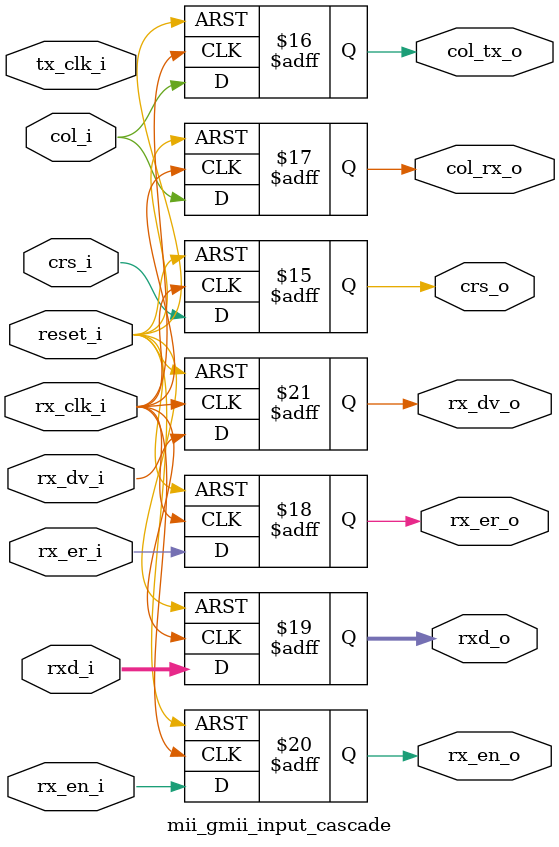
<source format=sv>
module mii_gmii_input_cascade
	(
		input	 logic				reset_i
	,	input	 logic				rx_clk_i
	,	input	 logic				rx_dv_i
	,	input	 logic				rx_en_i
	,	input	 logic [7:0]	rxd_i
	,	input	 logic				rx_er_i

	,	input	 logic				tx_clk_i

	,	input	 logic				col_i
	,	input	 logic				crs_i

	, output logic				rx_dv_o 
	, output logic				rx_en_o
	, output logic [7:0]	rxd_o
	, output logic				rx_er_o
	, output logic				col_rx_o

	, output logic				col_tx_o

	, output logic				crs_o
);

always_ff @ (posedge rx_clk_i or negedge reset_i)
			if(~reset_i) rx_dv_o <= 1'b0;
			else	 			 rx_dv_o <= rx_dv_i;

always_ff @ (posedge rx_clk_i or negedge reset_i)
			if(~reset_i) rx_en_o <= 1'b0;
			else	 			 rx_en_o <= rx_en_i;

always_ff @ (posedge rx_clk_i or negedge reset_i)
			if(~reset_i) rxd_o <= 8'h00;
			else	       rxd_o <= rxd_i;

always_ff @ (posedge rx_clk_i or negedge reset_i)
			if(~reset_i) rx_er_o <= 1'b0;
			else	       rx_er_o <= rx_er_i;

always_ff @ (posedge rx_clk_i or negedge reset_i)
			if(~reset_i) col_rx_o <= 1'b0;
			else	       col_rx_o <= col_i;

always_ff @ (posedge rx_clk_i or negedge reset_i)
			if(~reset_i) col_tx_o <= 1'b0;
			else	       col_tx_o <= col_i;

always_ff @ (posedge rx_clk_i or negedge reset_i)
			if(~reset_i) crs_o <= 1'b0;
			else	       crs_o <= crs_i;

endmodule
</source>
